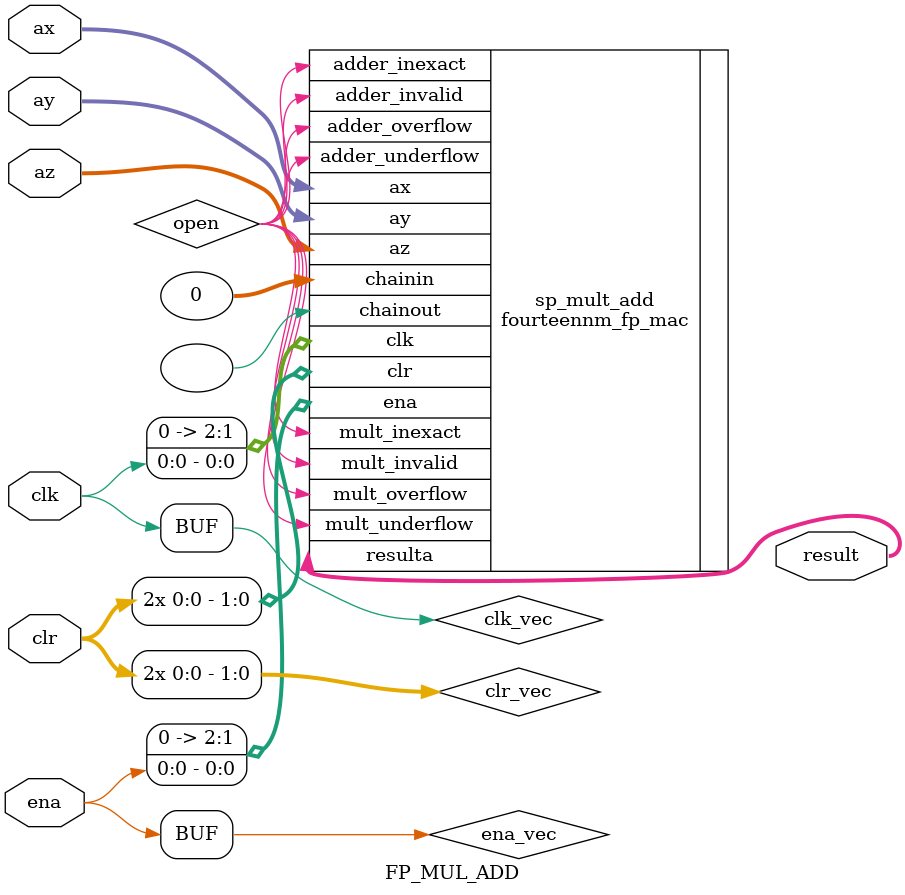
<source format=v>
module FP_MUL_ADD  (
    input  wire                          clk,
    input  wire                          ena,
    input  wire                          clr,
    input  wire [31:0]                   ax,
    input  wire [31:0]                   ay,
    input  wire [31:0]                   az,
    output wire [31:0]                   result

	);
    wire [1-1:0] clk_vec;
    wire [1-1:0] ena_vec;
    wire [1:0]                   clr_vec;
    assign clk_vec[0] = clk;
    assign ena_vec[0] = ena;
    assign clr_vec[1] = clr;
    assign clr_vec[0] = clr;
fourteennm_fp_mac  #(
    .accumulate_clock("NONE"),
    .ax_clock("0"),
    .ay_clock("0"),
    .az_clock("0"),
    .accum_pipeline_clock("NONE"),
    .ax_chainin_pl_clock("0"),
    .mult_pipeline_clock("0"),
    .accum_2nd_pipeline_clock("NONE"),
    .ax_chainin_2nd_pl_clock("0"),
    .mult_2nd_pipeline_clock("0"),
    .accum_adder_clock("NONE"),
    .adder_input_clock("0"),
    .output_clock("0"),
    .clear_type("sclr"),
    .use_chainin("false"),
    .operation_mode("sp_mult_add"),
    .adder_subtract("false")
) sp_mult_add (
    .clk({1'b0,1'b0,clk_vec[0]}),
    .ena({1'b0,1'b0,ena_vec[0]}),
    .clr(clr_vec),
    .ax(ax),
    .ay(ay),
    .az(az),

    .chainin(32'b0),
    .resulta(result),
    .mult_overflow (open),
    .mult_underflow(open),
    .mult_invalid  (open),
    .mult_inexact  (open),
    .adder_overflow (open),
    .adder_underflow(open),
    .adder_invalid  (open),
    .adder_inexact  (open),
    .chainout()
);
endmodule

</source>
